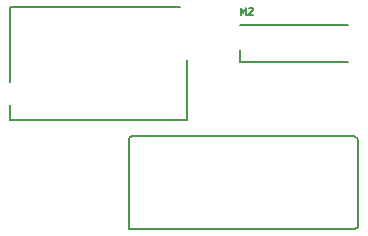
<source format=gto>
G04 #@! TF.GenerationSoftware,KiCad,Pcbnew,8.0.9-8.0.9-0~ubuntu24.04.1*
G04 #@! TF.CreationDate,2025-11-28T20:23:02+00:00*
G04 #@! TF.ProjectId,greenenergyecu,67726565-6e65-46e6-9572-67796563752e,rev?*
G04 #@! TF.SameCoordinates,Original*
G04 #@! TF.FileFunction,Legend,Top*
G04 #@! TF.FilePolarity,Positive*
%FSLAX46Y46*%
G04 Gerber Fmt 4.6, Leading zero omitted, Abs format (unit mm)*
G04 Created by KiCad (PCBNEW 8.0.9-8.0.9-0~ubuntu24.04.1) date 2025-11-28 20:23:02*
%MOMM*%
%LPD*%
G01*
G04 APERTURE LIST*
%ADD10C,0.150000*%
%ADD11C,0.200000*%
G04 APERTURE END LIST*
D10*
X21991741Y18919429D02*
X21991741Y19519429D01*
X21991741Y19519429D02*
X22191741Y19090858D01*
X22191741Y19090858D02*
X22391741Y19519429D01*
X22391741Y19519429D02*
X22391741Y18919429D01*
X22648883Y19462286D02*
X22677455Y19490858D01*
X22677455Y19490858D02*
X22734598Y19519429D01*
X22734598Y19519429D02*
X22877455Y19519429D01*
X22877455Y19519429D02*
X22934598Y19490858D01*
X22934598Y19490858D02*
X22963169Y19462286D01*
X22963169Y19462286D02*
X22991740Y19405143D01*
X22991740Y19405143D02*
X22991740Y19348000D01*
X22991740Y19348000D02*
X22963169Y19262286D01*
X22963169Y19262286D02*
X22620312Y18919429D01*
X22620312Y18919429D02*
X22991740Y18919429D01*
D11*
G04 #@! TO.C,M2*
X21950000Y18000003D02*
X31050000Y18000003D01*
X21950000Y14900000D02*
X21950000Y15900002D01*
X21950000Y14900000D02*
X31050000Y14900000D01*
G04 #@! TO.C,M3*
X12549999Y8460012D02*
X12764987Y8675000D01*
X12549999Y750000D02*
X12549999Y8460012D01*
X12549999Y750000D02*
X31675000Y750000D01*
X12764987Y8675000D02*
X31574998Y8675000D01*
X31574998Y8675000D02*
X31899998Y8350000D01*
X31675000Y750000D02*
X31899998Y974998D01*
X31899998Y974998D02*
X31899998Y8350000D01*
G04 #@! TO.C,M1*
X2437500Y19600000D02*
X2437500Y13200000D01*
X2437500Y10000000D02*
X2437500Y11300000D01*
X2437500Y10000000D02*
X17437500Y10000000D01*
X16837500Y19600000D02*
X2437500Y19600000D01*
X17437500Y10000000D02*
X17437500Y15100000D01*
G04 #@! TD*
M02*

</source>
